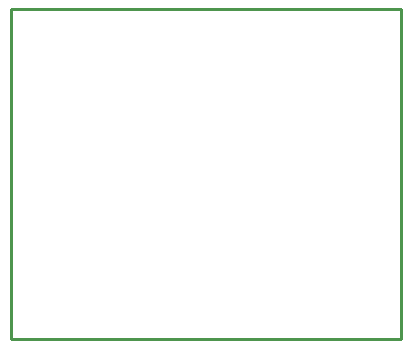
<source format=gbr>
G04 start of page 4 for group 2 idx 2 *
G04 Title: D3, outline *
G04 Creator: pcb 20100929 *
G04 CreationDate: 2012年01月16日 星期一 05时02分32秒 UTC *
G04 For: dword *
G04 Format: Gerber/RS-274X *
G04 PCB-Dimensions: 200000 200000 *
G04 PCB-Coordinate-Origin: lower left *
%MOIN*%
%FSLAX25Y25*%
%LNOUTLINE*%
%ADD18C,0.0100*%
G54D18*X0Y200000D02*Y90000D01*
X130000D01*
Y200000D01*
X0D01*
M02*

</source>
